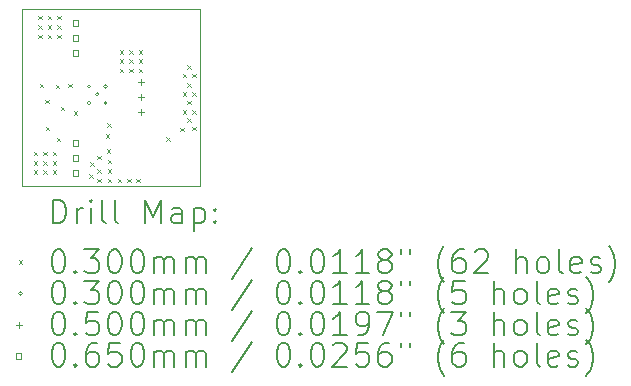
<source format=gbr>
%TF.GenerationSoftware,KiCad,Pcbnew,8.0.7-8.0.7-0~ubuntu24.04.1*%
%TF.CreationDate,2024-12-30T22:58:19-07:00*%
%TF.ProjectId,DRV8311 Motor Driver,44525638-3331-4312-904d-6f746f722044,V1*%
%TF.SameCoordinates,Original*%
%TF.FileFunction,Drillmap*%
%TF.FilePolarity,Positive*%
%FSLAX45Y45*%
G04 Gerber Fmt 4.5, Leading zero omitted, Abs format (unit mm)*
G04 Created by KiCad (PCBNEW 8.0.7-8.0.7-0~ubuntu24.04.1) date 2024-12-30 22:58:19*
%MOMM*%
%LPD*%
G01*
G04 APERTURE LIST*
%ADD10C,0.050000*%
%ADD11C,0.200000*%
%ADD12C,0.100000*%
G04 APERTURE END LIST*
D10*
X16380000Y-9420000D02*
X17880000Y-9420000D01*
X17880000Y-10920000D01*
X16380000Y-10920000D01*
X16380000Y-9420000D01*
D11*
D12*
X16475000Y-10625000D02*
X16505000Y-10655000D01*
X16505000Y-10625000D02*
X16475000Y-10655000D01*
X16475000Y-10705000D02*
X16505000Y-10735000D01*
X16505000Y-10705000D02*
X16475000Y-10735000D01*
X16475000Y-10785000D02*
X16505000Y-10815000D01*
X16505000Y-10785000D02*
X16475000Y-10815000D01*
X16515000Y-9475000D02*
X16545000Y-9505000D01*
X16545000Y-9475000D02*
X16515000Y-9505000D01*
X16515000Y-9555000D02*
X16545000Y-9585000D01*
X16545000Y-9555000D02*
X16515000Y-9585000D01*
X16515000Y-9635000D02*
X16545000Y-9665000D01*
X16545000Y-9635000D02*
X16515000Y-9665000D01*
X16525000Y-10050000D02*
X16555000Y-10080000D01*
X16555000Y-10050000D02*
X16525000Y-10080000D01*
X16555000Y-10625000D02*
X16585000Y-10655000D01*
X16585000Y-10625000D02*
X16555000Y-10655000D01*
X16555000Y-10705000D02*
X16585000Y-10735000D01*
X16585000Y-10705000D02*
X16555000Y-10735000D01*
X16555000Y-10785000D02*
X16585000Y-10815000D01*
X16585000Y-10785000D02*
X16555000Y-10815000D01*
X16572500Y-10185000D02*
X16602500Y-10215000D01*
X16602500Y-10185000D02*
X16572500Y-10215000D01*
X16575000Y-10415000D02*
X16605000Y-10445000D01*
X16605000Y-10415000D02*
X16575000Y-10445000D01*
X16595000Y-9475000D02*
X16625000Y-9505000D01*
X16625000Y-9475000D02*
X16595000Y-9505000D01*
X16595000Y-9555000D02*
X16625000Y-9585000D01*
X16625000Y-9555000D02*
X16595000Y-9585000D01*
X16595000Y-9635000D02*
X16625000Y-9665000D01*
X16625000Y-9635000D02*
X16595000Y-9665000D01*
X16635000Y-10625000D02*
X16665000Y-10655000D01*
X16665000Y-10625000D02*
X16635000Y-10655000D01*
X16635000Y-10705000D02*
X16665000Y-10735000D01*
X16665000Y-10705000D02*
X16635000Y-10735000D01*
X16635000Y-10785000D02*
X16665000Y-10815000D01*
X16665000Y-10785000D02*
X16635000Y-10815000D01*
X16663000Y-10060000D02*
X16693000Y-10090000D01*
X16693000Y-10060000D02*
X16663000Y-10090000D01*
X16670000Y-10510000D02*
X16700000Y-10540000D01*
X16700000Y-10510000D02*
X16670000Y-10540000D01*
X16675000Y-9475000D02*
X16705000Y-9505000D01*
X16705000Y-9475000D02*
X16675000Y-9505000D01*
X16675000Y-9555000D02*
X16705000Y-9585000D01*
X16705000Y-9555000D02*
X16675000Y-9585000D01*
X16675000Y-9635000D02*
X16705000Y-9665000D01*
X16705000Y-9635000D02*
X16675000Y-9665000D01*
X16705000Y-10245000D02*
X16735000Y-10275000D01*
X16735000Y-10245000D02*
X16705000Y-10275000D01*
X16767574Y-10052426D02*
X16797574Y-10082426D01*
X16797574Y-10052426D02*
X16767574Y-10082426D01*
X16815000Y-10285000D02*
X16845000Y-10315000D01*
X16845000Y-10285000D02*
X16815000Y-10315000D01*
X16945000Y-10815000D02*
X16975000Y-10845000D01*
X16975000Y-10815000D02*
X16945000Y-10845000D01*
X16955000Y-10715000D02*
X16985000Y-10745000D01*
X16985000Y-10715000D02*
X16955000Y-10745000D01*
X17015000Y-10660000D02*
X17045000Y-10690000D01*
X17045000Y-10660000D02*
X17015000Y-10690000D01*
X17015000Y-10775000D02*
X17045000Y-10805000D01*
X17045000Y-10775000D02*
X17015000Y-10805000D01*
X17015000Y-10855000D02*
X17045000Y-10885000D01*
X17045000Y-10855000D02*
X17015000Y-10885000D01*
X17085000Y-10480000D02*
X17115000Y-10510000D01*
X17115000Y-10480000D02*
X17085000Y-10510000D01*
X17095000Y-10605000D02*
X17125000Y-10635000D01*
X17125000Y-10605000D02*
X17095000Y-10635000D01*
X17098280Y-10386859D02*
X17128280Y-10416859D01*
X17128280Y-10386859D02*
X17098280Y-10416859D01*
X17100000Y-10695000D02*
X17130000Y-10725000D01*
X17130000Y-10695000D02*
X17100000Y-10725000D01*
X17100000Y-10775000D02*
X17130000Y-10805000D01*
X17130000Y-10775000D02*
X17100000Y-10805000D01*
X17100000Y-10855000D02*
X17130000Y-10885000D01*
X17130000Y-10855000D02*
X17100000Y-10885000D01*
X17185000Y-10855000D02*
X17215000Y-10885000D01*
X17215000Y-10855000D02*
X17185000Y-10885000D01*
X17205000Y-9765000D02*
X17235000Y-9795000D01*
X17235000Y-9765000D02*
X17205000Y-9795000D01*
X17205000Y-9845000D02*
X17235000Y-9875000D01*
X17235000Y-9845000D02*
X17205000Y-9875000D01*
X17205000Y-9925000D02*
X17235000Y-9955000D01*
X17235000Y-9925000D02*
X17205000Y-9955000D01*
X17265000Y-10855000D02*
X17295000Y-10885000D01*
X17295000Y-10855000D02*
X17265000Y-10885000D01*
X17285000Y-9765000D02*
X17315000Y-9795000D01*
X17315000Y-9765000D02*
X17285000Y-9795000D01*
X17285000Y-9845000D02*
X17315000Y-9875000D01*
X17315000Y-9845000D02*
X17285000Y-9875000D01*
X17285000Y-9925000D02*
X17315000Y-9955000D01*
X17315000Y-9925000D02*
X17285000Y-9955000D01*
X17345000Y-10855000D02*
X17375000Y-10885000D01*
X17375000Y-10855000D02*
X17345000Y-10885000D01*
X17365000Y-9765000D02*
X17395000Y-9795000D01*
X17395000Y-9765000D02*
X17365000Y-9795000D01*
X17365000Y-9845000D02*
X17395000Y-9875000D01*
X17395000Y-9845000D02*
X17365000Y-9875000D01*
X17365000Y-9925000D02*
X17395000Y-9955000D01*
X17395000Y-9925000D02*
X17365000Y-9955000D01*
X17597500Y-10505000D02*
X17627500Y-10535000D01*
X17627500Y-10505000D02*
X17597500Y-10535000D01*
X17715000Y-10425000D02*
X17745000Y-10455000D01*
X17745000Y-10425000D02*
X17715000Y-10455000D01*
X17735000Y-9965000D02*
X17765000Y-9995000D01*
X17765000Y-9965000D02*
X17735000Y-9995000D01*
X17735000Y-10125000D02*
X17765000Y-10155000D01*
X17765000Y-10125000D02*
X17735000Y-10155000D01*
X17735000Y-10275000D02*
X17765000Y-10305000D01*
X17765000Y-10275000D02*
X17735000Y-10305000D01*
X17775000Y-9895000D02*
X17805000Y-9925000D01*
X17805000Y-9895000D02*
X17775000Y-9925000D01*
X17775000Y-10045000D02*
X17805000Y-10075000D01*
X17805000Y-10045000D02*
X17775000Y-10075000D01*
X17775000Y-10195000D02*
X17805000Y-10225000D01*
X17805000Y-10195000D02*
X17775000Y-10225000D01*
X17775000Y-10345000D02*
X17805000Y-10375000D01*
X17805000Y-10345000D02*
X17775000Y-10375000D01*
X17815000Y-9965000D02*
X17845000Y-9995000D01*
X17845000Y-9965000D02*
X17815000Y-9995000D01*
X17815000Y-10125000D02*
X17845000Y-10155000D01*
X17845000Y-10125000D02*
X17815000Y-10155000D01*
X17815000Y-10275000D02*
X17845000Y-10305000D01*
X17845000Y-10275000D02*
X17815000Y-10305000D01*
X17815000Y-10415000D02*
X17845000Y-10445000D01*
X17845000Y-10415000D02*
X17815000Y-10445000D01*
X16958500Y-10073000D02*
G75*
G02*
X16928500Y-10073000I-15000J0D01*
G01*
X16928500Y-10073000D02*
G75*
G02*
X16958500Y-10073000I15000J0D01*
G01*
X16958500Y-10213000D02*
G75*
G02*
X16928500Y-10213000I-15000J0D01*
G01*
X16928500Y-10213000D02*
G75*
G02*
X16958500Y-10213000I15000J0D01*
G01*
X17028500Y-10140460D02*
G75*
G02*
X16998500Y-10140460I-15000J0D01*
G01*
X16998500Y-10140460D02*
G75*
G02*
X17028500Y-10140460I15000J0D01*
G01*
X17098500Y-10073000D02*
G75*
G02*
X17068500Y-10073000I-15000J0D01*
G01*
X17068500Y-10073000D02*
G75*
G02*
X17098500Y-10073000I15000J0D01*
G01*
X17098500Y-10213000D02*
G75*
G02*
X17068500Y-10213000I-15000J0D01*
G01*
X17068500Y-10213000D02*
G75*
G02*
X17098500Y-10213000I15000J0D01*
G01*
X17380000Y-10015000D02*
X17380000Y-10065000D01*
X17355000Y-10040000D02*
X17405000Y-10040000D01*
X17380000Y-10140000D02*
X17380000Y-10190000D01*
X17355000Y-10165000D02*
X17405000Y-10165000D01*
X17380000Y-10265000D02*
X17380000Y-10315000D01*
X17355000Y-10290000D02*
X17405000Y-10290000D01*
X16852981Y-9558981D02*
X16852981Y-9513019D01*
X16807019Y-9513019D01*
X16807019Y-9558981D01*
X16852981Y-9558981D01*
X16852981Y-9685981D02*
X16852981Y-9640019D01*
X16807019Y-9640019D01*
X16807019Y-9685981D01*
X16852981Y-9685981D01*
X16852981Y-9812981D02*
X16852981Y-9767019D01*
X16807019Y-9767019D01*
X16807019Y-9812981D01*
X16852981Y-9812981D01*
X16852981Y-10573981D02*
X16852981Y-10528019D01*
X16807019Y-10528019D01*
X16807019Y-10573981D01*
X16852981Y-10573981D01*
X16852981Y-10700981D02*
X16852981Y-10655019D01*
X16807019Y-10655019D01*
X16807019Y-10700981D01*
X16852981Y-10700981D01*
X16852981Y-10827981D02*
X16852981Y-10782019D01*
X16807019Y-10782019D01*
X16807019Y-10827981D01*
X16852981Y-10827981D01*
D11*
X16638277Y-11233984D02*
X16638277Y-11033984D01*
X16638277Y-11033984D02*
X16685896Y-11033984D01*
X16685896Y-11033984D02*
X16714467Y-11043508D01*
X16714467Y-11043508D02*
X16733515Y-11062555D01*
X16733515Y-11062555D02*
X16743039Y-11081603D01*
X16743039Y-11081603D02*
X16752562Y-11119698D01*
X16752562Y-11119698D02*
X16752562Y-11148270D01*
X16752562Y-11148270D02*
X16743039Y-11186365D01*
X16743039Y-11186365D02*
X16733515Y-11205412D01*
X16733515Y-11205412D02*
X16714467Y-11224460D01*
X16714467Y-11224460D02*
X16685896Y-11233984D01*
X16685896Y-11233984D02*
X16638277Y-11233984D01*
X16838277Y-11233984D02*
X16838277Y-11100650D01*
X16838277Y-11138746D02*
X16847801Y-11119698D01*
X16847801Y-11119698D02*
X16857324Y-11110174D01*
X16857324Y-11110174D02*
X16876372Y-11100650D01*
X16876372Y-11100650D02*
X16895420Y-11100650D01*
X16962086Y-11233984D02*
X16962086Y-11100650D01*
X16962086Y-11033984D02*
X16952563Y-11043508D01*
X16952563Y-11043508D02*
X16962086Y-11053031D01*
X16962086Y-11053031D02*
X16971610Y-11043508D01*
X16971610Y-11043508D02*
X16962086Y-11033984D01*
X16962086Y-11033984D02*
X16962086Y-11053031D01*
X17085896Y-11233984D02*
X17066848Y-11224460D01*
X17066848Y-11224460D02*
X17057324Y-11205412D01*
X17057324Y-11205412D02*
X17057324Y-11033984D01*
X17190658Y-11233984D02*
X17171610Y-11224460D01*
X17171610Y-11224460D02*
X17162086Y-11205412D01*
X17162086Y-11205412D02*
X17162086Y-11033984D01*
X17419229Y-11233984D02*
X17419229Y-11033984D01*
X17419229Y-11033984D02*
X17485896Y-11176841D01*
X17485896Y-11176841D02*
X17552563Y-11033984D01*
X17552563Y-11033984D02*
X17552563Y-11233984D01*
X17733515Y-11233984D02*
X17733515Y-11129222D01*
X17733515Y-11129222D02*
X17723991Y-11110174D01*
X17723991Y-11110174D02*
X17704944Y-11100650D01*
X17704944Y-11100650D02*
X17666848Y-11100650D01*
X17666848Y-11100650D02*
X17647801Y-11110174D01*
X17733515Y-11224460D02*
X17714467Y-11233984D01*
X17714467Y-11233984D02*
X17666848Y-11233984D01*
X17666848Y-11233984D02*
X17647801Y-11224460D01*
X17647801Y-11224460D02*
X17638277Y-11205412D01*
X17638277Y-11205412D02*
X17638277Y-11186365D01*
X17638277Y-11186365D02*
X17647801Y-11167317D01*
X17647801Y-11167317D02*
X17666848Y-11157793D01*
X17666848Y-11157793D02*
X17714467Y-11157793D01*
X17714467Y-11157793D02*
X17733515Y-11148270D01*
X17828753Y-11100650D02*
X17828753Y-11300650D01*
X17828753Y-11110174D02*
X17847801Y-11100650D01*
X17847801Y-11100650D02*
X17885896Y-11100650D01*
X17885896Y-11100650D02*
X17904944Y-11110174D01*
X17904944Y-11110174D02*
X17914467Y-11119698D01*
X17914467Y-11119698D02*
X17923991Y-11138746D01*
X17923991Y-11138746D02*
X17923991Y-11195888D01*
X17923991Y-11195888D02*
X17914467Y-11214936D01*
X17914467Y-11214936D02*
X17904944Y-11224460D01*
X17904944Y-11224460D02*
X17885896Y-11233984D01*
X17885896Y-11233984D02*
X17847801Y-11233984D01*
X17847801Y-11233984D02*
X17828753Y-11224460D01*
X18009705Y-11214936D02*
X18019229Y-11224460D01*
X18019229Y-11224460D02*
X18009705Y-11233984D01*
X18009705Y-11233984D02*
X18000182Y-11224460D01*
X18000182Y-11224460D02*
X18009705Y-11214936D01*
X18009705Y-11214936D02*
X18009705Y-11233984D01*
X18009705Y-11110174D02*
X18019229Y-11119698D01*
X18019229Y-11119698D02*
X18009705Y-11129222D01*
X18009705Y-11129222D02*
X18000182Y-11119698D01*
X18000182Y-11119698D02*
X18009705Y-11110174D01*
X18009705Y-11110174D02*
X18009705Y-11129222D01*
D12*
X16347500Y-11547500D02*
X16377500Y-11577500D01*
X16377500Y-11547500D02*
X16347500Y-11577500D01*
D11*
X16676372Y-11453984D02*
X16695420Y-11453984D01*
X16695420Y-11453984D02*
X16714467Y-11463508D01*
X16714467Y-11463508D02*
X16723991Y-11473031D01*
X16723991Y-11473031D02*
X16733515Y-11492079D01*
X16733515Y-11492079D02*
X16743039Y-11530174D01*
X16743039Y-11530174D02*
X16743039Y-11577793D01*
X16743039Y-11577793D02*
X16733515Y-11615888D01*
X16733515Y-11615888D02*
X16723991Y-11634936D01*
X16723991Y-11634936D02*
X16714467Y-11644460D01*
X16714467Y-11644460D02*
X16695420Y-11653984D01*
X16695420Y-11653984D02*
X16676372Y-11653984D01*
X16676372Y-11653984D02*
X16657324Y-11644460D01*
X16657324Y-11644460D02*
X16647801Y-11634936D01*
X16647801Y-11634936D02*
X16638277Y-11615888D01*
X16638277Y-11615888D02*
X16628753Y-11577793D01*
X16628753Y-11577793D02*
X16628753Y-11530174D01*
X16628753Y-11530174D02*
X16638277Y-11492079D01*
X16638277Y-11492079D02*
X16647801Y-11473031D01*
X16647801Y-11473031D02*
X16657324Y-11463508D01*
X16657324Y-11463508D02*
X16676372Y-11453984D01*
X16828753Y-11634936D02*
X16838277Y-11644460D01*
X16838277Y-11644460D02*
X16828753Y-11653984D01*
X16828753Y-11653984D02*
X16819229Y-11644460D01*
X16819229Y-11644460D02*
X16828753Y-11634936D01*
X16828753Y-11634936D02*
X16828753Y-11653984D01*
X16904944Y-11453984D02*
X17028753Y-11453984D01*
X17028753Y-11453984D02*
X16962086Y-11530174D01*
X16962086Y-11530174D02*
X16990658Y-11530174D01*
X16990658Y-11530174D02*
X17009705Y-11539698D01*
X17009705Y-11539698D02*
X17019229Y-11549222D01*
X17019229Y-11549222D02*
X17028753Y-11568269D01*
X17028753Y-11568269D02*
X17028753Y-11615888D01*
X17028753Y-11615888D02*
X17019229Y-11634936D01*
X17019229Y-11634936D02*
X17009705Y-11644460D01*
X17009705Y-11644460D02*
X16990658Y-11653984D01*
X16990658Y-11653984D02*
X16933515Y-11653984D01*
X16933515Y-11653984D02*
X16914467Y-11644460D01*
X16914467Y-11644460D02*
X16904944Y-11634936D01*
X17152563Y-11453984D02*
X17171610Y-11453984D01*
X17171610Y-11453984D02*
X17190658Y-11463508D01*
X17190658Y-11463508D02*
X17200182Y-11473031D01*
X17200182Y-11473031D02*
X17209705Y-11492079D01*
X17209705Y-11492079D02*
X17219229Y-11530174D01*
X17219229Y-11530174D02*
X17219229Y-11577793D01*
X17219229Y-11577793D02*
X17209705Y-11615888D01*
X17209705Y-11615888D02*
X17200182Y-11634936D01*
X17200182Y-11634936D02*
X17190658Y-11644460D01*
X17190658Y-11644460D02*
X17171610Y-11653984D01*
X17171610Y-11653984D02*
X17152563Y-11653984D01*
X17152563Y-11653984D02*
X17133515Y-11644460D01*
X17133515Y-11644460D02*
X17123991Y-11634936D01*
X17123991Y-11634936D02*
X17114467Y-11615888D01*
X17114467Y-11615888D02*
X17104944Y-11577793D01*
X17104944Y-11577793D02*
X17104944Y-11530174D01*
X17104944Y-11530174D02*
X17114467Y-11492079D01*
X17114467Y-11492079D02*
X17123991Y-11473031D01*
X17123991Y-11473031D02*
X17133515Y-11463508D01*
X17133515Y-11463508D02*
X17152563Y-11453984D01*
X17343039Y-11453984D02*
X17362086Y-11453984D01*
X17362086Y-11453984D02*
X17381134Y-11463508D01*
X17381134Y-11463508D02*
X17390658Y-11473031D01*
X17390658Y-11473031D02*
X17400182Y-11492079D01*
X17400182Y-11492079D02*
X17409705Y-11530174D01*
X17409705Y-11530174D02*
X17409705Y-11577793D01*
X17409705Y-11577793D02*
X17400182Y-11615888D01*
X17400182Y-11615888D02*
X17390658Y-11634936D01*
X17390658Y-11634936D02*
X17381134Y-11644460D01*
X17381134Y-11644460D02*
X17362086Y-11653984D01*
X17362086Y-11653984D02*
X17343039Y-11653984D01*
X17343039Y-11653984D02*
X17323991Y-11644460D01*
X17323991Y-11644460D02*
X17314467Y-11634936D01*
X17314467Y-11634936D02*
X17304944Y-11615888D01*
X17304944Y-11615888D02*
X17295420Y-11577793D01*
X17295420Y-11577793D02*
X17295420Y-11530174D01*
X17295420Y-11530174D02*
X17304944Y-11492079D01*
X17304944Y-11492079D02*
X17314467Y-11473031D01*
X17314467Y-11473031D02*
X17323991Y-11463508D01*
X17323991Y-11463508D02*
X17343039Y-11453984D01*
X17495420Y-11653984D02*
X17495420Y-11520650D01*
X17495420Y-11539698D02*
X17504944Y-11530174D01*
X17504944Y-11530174D02*
X17523991Y-11520650D01*
X17523991Y-11520650D02*
X17552563Y-11520650D01*
X17552563Y-11520650D02*
X17571610Y-11530174D01*
X17571610Y-11530174D02*
X17581134Y-11549222D01*
X17581134Y-11549222D02*
X17581134Y-11653984D01*
X17581134Y-11549222D02*
X17590658Y-11530174D01*
X17590658Y-11530174D02*
X17609705Y-11520650D01*
X17609705Y-11520650D02*
X17638277Y-11520650D01*
X17638277Y-11520650D02*
X17657325Y-11530174D01*
X17657325Y-11530174D02*
X17666848Y-11549222D01*
X17666848Y-11549222D02*
X17666848Y-11653984D01*
X17762086Y-11653984D02*
X17762086Y-11520650D01*
X17762086Y-11539698D02*
X17771610Y-11530174D01*
X17771610Y-11530174D02*
X17790658Y-11520650D01*
X17790658Y-11520650D02*
X17819229Y-11520650D01*
X17819229Y-11520650D02*
X17838277Y-11530174D01*
X17838277Y-11530174D02*
X17847801Y-11549222D01*
X17847801Y-11549222D02*
X17847801Y-11653984D01*
X17847801Y-11549222D02*
X17857325Y-11530174D01*
X17857325Y-11530174D02*
X17876372Y-11520650D01*
X17876372Y-11520650D02*
X17904944Y-11520650D01*
X17904944Y-11520650D02*
X17923991Y-11530174D01*
X17923991Y-11530174D02*
X17933515Y-11549222D01*
X17933515Y-11549222D02*
X17933515Y-11653984D01*
X18323991Y-11444460D02*
X18152563Y-11701603D01*
X18581134Y-11453984D02*
X18600182Y-11453984D01*
X18600182Y-11453984D02*
X18619229Y-11463508D01*
X18619229Y-11463508D02*
X18628753Y-11473031D01*
X18628753Y-11473031D02*
X18638277Y-11492079D01*
X18638277Y-11492079D02*
X18647801Y-11530174D01*
X18647801Y-11530174D02*
X18647801Y-11577793D01*
X18647801Y-11577793D02*
X18638277Y-11615888D01*
X18638277Y-11615888D02*
X18628753Y-11634936D01*
X18628753Y-11634936D02*
X18619229Y-11644460D01*
X18619229Y-11644460D02*
X18600182Y-11653984D01*
X18600182Y-11653984D02*
X18581134Y-11653984D01*
X18581134Y-11653984D02*
X18562087Y-11644460D01*
X18562087Y-11644460D02*
X18552563Y-11634936D01*
X18552563Y-11634936D02*
X18543039Y-11615888D01*
X18543039Y-11615888D02*
X18533515Y-11577793D01*
X18533515Y-11577793D02*
X18533515Y-11530174D01*
X18533515Y-11530174D02*
X18543039Y-11492079D01*
X18543039Y-11492079D02*
X18552563Y-11473031D01*
X18552563Y-11473031D02*
X18562087Y-11463508D01*
X18562087Y-11463508D02*
X18581134Y-11453984D01*
X18733515Y-11634936D02*
X18743039Y-11644460D01*
X18743039Y-11644460D02*
X18733515Y-11653984D01*
X18733515Y-11653984D02*
X18723991Y-11644460D01*
X18723991Y-11644460D02*
X18733515Y-11634936D01*
X18733515Y-11634936D02*
X18733515Y-11653984D01*
X18866848Y-11453984D02*
X18885896Y-11453984D01*
X18885896Y-11453984D02*
X18904944Y-11463508D01*
X18904944Y-11463508D02*
X18914468Y-11473031D01*
X18914468Y-11473031D02*
X18923991Y-11492079D01*
X18923991Y-11492079D02*
X18933515Y-11530174D01*
X18933515Y-11530174D02*
X18933515Y-11577793D01*
X18933515Y-11577793D02*
X18923991Y-11615888D01*
X18923991Y-11615888D02*
X18914468Y-11634936D01*
X18914468Y-11634936D02*
X18904944Y-11644460D01*
X18904944Y-11644460D02*
X18885896Y-11653984D01*
X18885896Y-11653984D02*
X18866848Y-11653984D01*
X18866848Y-11653984D02*
X18847801Y-11644460D01*
X18847801Y-11644460D02*
X18838277Y-11634936D01*
X18838277Y-11634936D02*
X18828753Y-11615888D01*
X18828753Y-11615888D02*
X18819229Y-11577793D01*
X18819229Y-11577793D02*
X18819229Y-11530174D01*
X18819229Y-11530174D02*
X18828753Y-11492079D01*
X18828753Y-11492079D02*
X18838277Y-11473031D01*
X18838277Y-11473031D02*
X18847801Y-11463508D01*
X18847801Y-11463508D02*
X18866848Y-11453984D01*
X19123991Y-11653984D02*
X19009706Y-11653984D01*
X19066848Y-11653984D02*
X19066848Y-11453984D01*
X19066848Y-11453984D02*
X19047801Y-11482555D01*
X19047801Y-11482555D02*
X19028753Y-11501603D01*
X19028753Y-11501603D02*
X19009706Y-11511127D01*
X19314468Y-11653984D02*
X19200182Y-11653984D01*
X19257325Y-11653984D02*
X19257325Y-11453984D01*
X19257325Y-11453984D02*
X19238277Y-11482555D01*
X19238277Y-11482555D02*
X19219229Y-11501603D01*
X19219229Y-11501603D02*
X19200182Y-11511127D01*
X19428753Y-11539698D02*
X19409706Y-11530174D01*
X19409706Y-11530174D02*
X19400182Y-11520650D01*
X19400182Y-11520650D02*
X19390658Y-11501603D01*
X19390658Y-11501603D02*
X19390658Y-11492079D01*
X19390658Y-11492079D02*
X19400182Y-11473031D01*
X19400182Y-11473031D02*
X19409706Y-11463508D01*
X19409706Y-11463508D02*
X19428753Y-11453984D01*
X19428753Y-11453984D02*
X19466849Y-11453984D01*
X19466849Y-11453984D02*
X19485896Y-11463508D01*
X19485896Y-11463508D02*
X19495420Y-11473031D01*
X19495420Y-11473031D02*
X19504944Y-11492079D01*
X19504944Y-11492079D02*
X19504944Y-11501603D01*
X19504944Y-11501603D02*
X19495420Y-11520650D01*
X19495420Y-11520650D02*
X19485896Y-11530174D01*
X19485896Y-11530174D02*
X19466849Y-11539698D01*
X19466849Y-11539698D02*
X19428753Y-11539698D01*
X19428753Y-11539698D02*
X19409706Y-11549222D01*
X19409706Y-11549222D02*
X19400182Y-11558746D01*
X19400182Y-11558746D02*
X19390658Y-11577793D01*
X19390658Y-11577793D02*
X19390658Y-11615888D01*
X19390658Y-11615888D02*
X19400182Y-11634936D01*
X19400182Y-11634936D02*
X19409706Y-11644460D01*
X19409706Y-11644460D02*
X19428753Y-11653984D01*
X19428753Y-11653984D02*
X19466849Y-11653984D01*
X19466849Y-11653984D02*
X19485896Y-11644460D01*
X19485896Y-11644460D02*
X19495420Y-11634936D01*
X19495420Y-11634936D02*
X19504944Y-11615888D01*
X19504944Y-11615888D02*
X19504944Y-11577793D01*
X19504944Y-11577793D02*
X19495420Y-11558746D01*
X19495420Y-11558746D02*
X19485896Y-11549222D01*
X19485896Y-11549222D02*
X19466849Y-11539698D01*
X19581134Y-11453984D02*
X19581134Y-11492079D01*
X19657325Y-11453984D02*
X19657325Y-11492079D01*
X19952563Y-11730174D02*
X19943039Y-11720650D01*
X19943039Y-11720650D02*
X19923991Y-11692079D01*
X19923991Y-11692079D02*
X19914468Y-11673031D01*
X19914468Y-11673031D02*
X19904944Y-11644460D01*
X19904944Y-11644460D02*
X19895420Y-11596841D01*
X19895420Y-11596841D02*
X19895420Y-11558746D01*
X19895420Y-11558746D02*
X19904944Y-11511127D01*
X19904944Y-11511127D02*
X19914468Y-11482555D01*
X19914468Y-11482555D02*
X19923991Y-11463508D01*
X19923991Y-11463508D02*
X19943039Y-11434936D01*
X19943039Y-11434936D02*
X19952563Y-11425412D01*
X20114468Y-11453984D02*
X20076372Y-11453984D01*
X20076372Y-11453984D02*
X20057325Y-11463508D01*
X20057325Y-11463508D02*
X20047801Y-11473031D01*
X20047801Y-11473031D02*
X20028753Y-11501603D01*
X20028753Y-11501603D02*
X20019230Y-11539698D01*
X20019230Y-11539698D02*
X20019230Y-11615888D01*
X20019230Y-11615888D02*
X20028753Y-11634936D01*
X20028753Y-11634936D02*
X20038277Y-11644460D01*
X20038277Y-11644460D02*
X20057325Y-11653984D01*
X20057325Y-11653984D02*
X20095420Y-11653984D01*
X20095420Y-11653984D02*
X20114468Y-11644460D01*
X20114468Y-11644460D02*
X20123991Y-11634936D01*
X20123991Y-11634936D02*
X20133515Y-11615888D01*
X20133515Y-11615888D02*
X20133515Y-11568269D01*
X20133515Y-11568269D02*
X20123991Y-11549222D01*
X20123991Y-11549222D02*
X20114468Y-11539698D01*
X20114468Y-11539698D02*
X20095420Y-11530174D01*
X20095420Y-11530174D02*
X20057325Y-11530174D01*
X20057325Y-11530174D02*
X20038277Y-11539698D01*
X20038277Y-11539698D02*
X20028753Y-11549222D01*
X20028753Y-11549222D02*
X20019230Y-11568269D01*
X20209706Y-11473031D02*
X20219230Y-11463508D01*
X20219230Y-11463508D02*
X20238277Y-11453984D01*
X20238277Y-11453984D02*
X20285896Y-11453984D01*
X20285896Y-11453984D02*
X20304944Y-11463508D01*
X20304944Y-11463508D02*
X20314468Y-11473031D01*
X20314468Y-11473031D02*
X20323991Y-11492079D01*
X20323991Y-11492079D02*
X20323991Y-11511127D01*
X20323991Y-11511127D02*
X20314468Y-11539698D01*
X20314468Y-11539698D02*
X20200182Y-11653984D01*
X20200182Y-11653984D02*
X20323991Y-11653984D01*
X20562087Y-11653984D02*
X20562087Y-11453984D01*
X20647801Y-11653984D02*
X20647801Y-11549222D01*
X20647801Y-11549222D02*
X20638277Y-11530174D01*
X20638277Y-11530174D02*
X20619230Y-11520650D01*
X20619230Y-11520650D02*
X20590658Y-11520650D01*
X20590658Y-11520650D02*
X20571611Y-11530174D01*
X20571611Y-11530174D02*
X20562087Y-11539698D01*
X20771611Y-11653984D02*
X20752563Y-11644460D01*
X20752563Y-11644460D02*
X20743039Y-11634936D01*
X20743039Y-11634936D02*
X20733515Y-11615888D01*
X20733515Y-11615888D02*
X20733515Y-11558746D01*
X20733515Y-11558746D02*
X20743039Y-11539698D01*
X20743039Y-11539698D02*
X20752563Y-11530174D01*
X20752563Y-11530174D02*
X20771611Y-11520650D01*
X20771611Y-11520650D02*
X20800182Y-11520650D01*
X20800182Y-11520650D02*
X20819230Y-11530174D01*
X20819230Y-11530174D02*
X20828753Y-11539698D01*
X20828753Y-11539698D02*
X20838277Y-11558746D01*
X20838277Y-11558746D02*
X20838277Y-11615888D01*
X20838277Y-11615888D02*
X20828753Y-11634936D01*
X20828753Y-11634936D02*
X20819230Y-11644460D01*
X20819230Y-11644460D02*
X20800182Y-11653984D01*
X20800182Y-11653984D02*
X20771611Y-11653984D01*
X20952563Y-11653984D02*
X20933515Y-11644460D01*
X20933515Y-11644460D02*
X20923992Y-11625412D01*
X20923992Y-11625412D02*
X20923992Y-11453984D01*
X21104944Y-11644460D02*
X21085896Y-11653984D01*
X21085896Y-11653984D02*
X21047801Y-11653984D01*
X21047801Y-11653984D02*
X21028753Y-11644460D01*
X21028753Y-11644460D02*
X21019230Y-11625412D01*
X21019230Y-11625412D02*
X21019230Y-11549222D01*
X21019230Y-11549222D02*
X21028753Y-11530174D01*
X21028753Y-11530174D02*
X21047801Y-11520650D01*
X21047801Y-11520650D02*
X21085896Y-11520650D01*
X21085896Y-11520650D02*
X21104944Y-11530174D01*
X21104944Y-11530174D02*
X21114468Y-11549222D01*
X21114468Y-11549222D02*
X21114468Y-11568269D01*
X21114468Y-11568269D02*
X21019230Y-11587317D01*
X21190658Y-11644460D02*
X21209706Y-11653984D01*
X21209706Y-11653984D02*
X21247801Y-11653984D01*
X21247801Y-11653984D02*
X21266849Y-11644460D01*
X21266849Y-11644460D02*
X21276373Y-11625412D01*
X21276373Y-11625412D02*
X21276373Y-11615888D01*
X21276373Y-11615888D02*
X21266849Y-11596841D01*
X21266849Y-11596841D02*
X21247801Y-11587317D01*
X21247801Y-11587317D02*
X21219230Y-11587317D01*
X21219230Y-11587317D02*
X21200182Y-11577793D01*
X21200182Y-11577793D02*
X21190658Y-11558746D01*
X21190658Y-11558746D02*
X21190658Y-11549222D01*
X21190658Y-11549222D02*
X21200182Y-11530174D01*
X21200182Y-11530174D02*
X21219230Y-11520650D01*
X21219230Y-11520650D02*
X21247801Y-11520650D01*
X21247801Y-11520650D02*
X21266849Y-11530174D01*
X21343039Y-11730174D02*
X21352563Y-11720650D01*
X21352563Y-11720650D02*
X21371611Y-11692079D01*
X21371611Y-11692079D02*
X21381134Y-11673031D01*
X21381134Y-11673031D02*
X21390658Y-11644460D01*
X21390658Y-11644460D02*
X21400182Y-11596841D01*
X21400182Y-11596841D02*
X21400182Y-11558746D01*
X21400182Y-11558746D02*
X21390658Y-11511127D01*
X21390658Y-11511127D02*
X21381134Y-11482555D01*
X21381134Y-11482555D02*
X21371611Y-11463508D01*
X21371611Y-11463508D02*
X21352563Y-11434936D01*
X21352563Y-11434936D02*
X21343039Y-11425412D01*
D12*
X16377500Y-11826500D02*
G75*
G02*
X16347500Y-11826500I-15000J0D01*
G01*
X16347500Y-11826500D02*
G75*
G02*
X16377500Y-11826500I15000J0D01*
G01*
D11*
X16676372Y-11717984D02*
X16695420Y-11717984D01*
X16695420Y-11717984D02*
X16714467Y-11727508D01*
X16714467Y-11727508D02*
X16723991Y-11737031D01*
X16723991Y-11737031D02*
X16733515Y-11756079D01*
X16733515Y-11756079D02*
X16743039Y-11794174D01*
X16743039Y-11794174D02*
X16743039Y-11841793D01*
X16743039Y-11841793D02*
X16733515Y-11879888D01*
X16733515Y-11879888D02*
X16723991Y-11898936D01*
X16723991Y-11898936D02*
X16714467Y-11908460D01*
X16714467Y-11908460D02*
X16695420Y-11917984D01*
X16695420Y-11917984D02*
X16676372Y-11917984D01*
X16676372Y-11917984D02*
X16657324Y-11908460D01*
X16657324Y-11908460D02*
X16647801Y-11898936D01*
X16647801Y-11898936D02*
X16638277Y-11879888D01*
X16638277Y-11879888D02*
X16628753Y-11841793D01*
X16628753Y-11841793D02*
X16628753Y-11794174D01*
X16628753Y-11794174D02*
X16638277Y-11756079D01*
X16638277Y-11756079D02*
X16647801Y-11737031D01*
X16647801Y-11737031D02*
X16657324Y-11727508D01*
X16657324Y-11727508D02*
X16676372Y-11717984D01*
X16828753Y-11898936D02*
X16838277Y-11908460D01*
X16838277Y-11908460D02*
X16828753Y-11917984D01*
X16828753Y-11917984D02*
X16819229Y-11908460D01*
X16819229Y-11908460D02*
X16828753Y-11898936D01*
X16828753Y-11898936D02*
X16828753Y-11917984D01*
X16904944Y-11717984D02*
X17028753Y-11717984D01*
X17028753Y-11717984D02*
X16962086Y-11794174D01*
X16962086Y-11794174D02*
X16990658Y-11794174D01*
X16990658Y-11794174D02*
X17009705Y-11803698D01*
X17009705Y-11803698D02*
X17019229Y-11813222D01*
X17019229Y-11813222D02*
X17028753Y-11832269D01*
X17028753Y-11832269D02*
X17028753Y-11879888D01*
X17028753Y-11879888D02*
X17019229Y-11898936D01*
X17019229Y-11898936D02*
X17009705Y-11908460D01*
X17009705Y-11908460D02*
X16990658Y-11917984D01*
X16990658Y-11917984D02*
X16933515Y-11917984D01*
X16933515Y-11917984D02*
X16914467Y-11908460D01*
X16914467Y-11908460D02*
X16904944Y-11898936D01*
X17152563Y-11717984D02*
X17171610Y-11717984D01*
X17171610Y-11717984D02*
X17190658Y-11727508D01*
X17190658Y-11727508D02*
X17200182Y-11737031D01*
X17200182Y-11737031D02*
X17209705Y-11756079D01*
X17209705Y-11756079D02*
X17219229Y-11794174D01*
X17219229Y-11794174D02*
X17219229Y-11841793D01*
X17219229Y-11841793D02*
X17209705Y-11879888D01*
X17209705Y-11879888D02*
X17200182Y-11898936D01*
X17200182Y-11898936D02*
X17190658Y-11908460D01*
X17190658Y-11908460D02*
X17171610Y-11917984D01*
X17171610Y-11917984D02*
X17152563Y-11917984D01*
X17152563Y-11917984D02*
X17133515Y-11908460D01*
X17133515Y-11908460D02*
X17123991Y-11898936D01*
X17123991Y-11898936D02*
X17114467Y-11879888D01*
X17114467Y-11879888D02*
X17104944Y-11841793D01*
X17104944Y-11841793D02*
X17104944Y-11794174D01*
X17104944Y-11794174D02*
X17114467Y-11756079D01*
X17114467Y-11756079D02*
X17123991Y-11737031D01*
X17123991Y-11737031D02*
X17133515Y-11727508D01*
X17133515Y-11727508D02*
X17152563Y-11717984D01*
X17343039Y-11717984D02*
X17362086Y-11717984D01*
X17362086Y-11717984D02*
X17381134Y-11727508D01*
X17381134Y-11727508D02*
X17390658Y-11737031D01*
X17390658Y-11737031D02*
X17400182Y-11756079D01*
X17400182Y-11756079D02*
X17409705Y-11794174D01*
X17409705Y-11794174D02*
X17409705Y-11841793D01*
X17409705Y-11841793D02*
X17400182Y-11879888D01*
X17400182Y-11879888D02*
X17390658Y-11898936D01*
X17390658Y-11898936D02*
X17381134Y-11908460D01*
X17381134Y-11908460D02*
X17362086Y-11917984D01*
X17362086Y-11917984D02*
X17343039Y-11917984D01*
X17343039Y-11917984D02*
X17323991Y-11908460D01*
X17323991Y-11908460D02*
X17314467Y-11898936D01*
X17314467Y-11898936D02*
X17304944Y-11879888D01*
X17304944Y-11879888D02*
X17295420Y-11841793D01*
X17295420Y-11841793D02*
X17295420Y-11794174D01*
X17295420Y-11794174D02*
X17304944Y-11756079D01*
X17304944Y-11756079D02*
X17314467Y-11737031D01*
X17314467Y-11737031D02*
X17323991Y-11727508D01*
X17323991Y-11727508D02*
X17343039Y-11717984D01*
X17495420Y-11917984D02*
X17495420Y-11784650D01*
X17495420Y-11803698D02*
X17504944Y-11794174D01*
X17504944Y-11794174D02*
X17523991Y-11784650D01*
X17523991Y-11784650D02*
X17552563Y-11784650D01*
X17552563Y-11784650D02*
X17571610Y-11794174D01*
X17571610Y-11794174D02*
X17581134Y-11813222D01*
X17581134Y-11813222D02*
X17581134Y-11917984D01*
X17581134Y-11813222D02*
X17590658Y-11794174D01*
X17590658Y-11794174D02*
X17609705Y-11784650D01*
X17609705Y-11784650D02*
X17638277Y-11784650D01*
X17638277Y-11784650D02*
X17657325Y-11794174D01*
X17657325Y-11794174D02*
X17666848Y-11813222D01*
X17666848Y-11813222D02*
X17666848Y-11917984D01*
X17762086Y-11917984D02*
X17762086Y-11784650D01*
X17762086Y-11803698D02*
X17771610Y-11794174D01*
X17771610Y-11794174D02*
X17790658Y-11784650D01*
X17790658Y-11784650D02*
X17819229Y-11784650D01*
X17819229Y-11784650D02*
X17838277Y-11794174D01*
X17838277Y-11794174D02*
X17847801Y-11813222D01*
X17847801Y-11813222D02*
X17847801Y-11917984D01*
X17847801Y-11813222D02*
X17857325Y-11794174D01*
X17857325Y-11794174D02*
X17876372Y-11784650D01*
X17876372Y-11784650D02*
X17904944Y-11784650D01*
X17904944Y-11784650D02*
X17923991Y-11794174D01*
X17923991Y-11794174D02*
X17933515Y-11813222D01*
X17933515Y-11813222D02*
X17933515Y-11917984D01*
X18323991Y-11708460D02*
X18152563Y-11965603D01*
X18581134Y-11717984D02*
X18600182Y-11717984D01*
X18600182Y-11717984D02*
X18619229Y-11727508D01*
X18619229Y-11727508D02*
X18628753Y-11737031D01*
X18628753Y-11737031D02*
X18638277Y-11756079D01*
X18638277Y-11756079D02*
X18647801Y-11794174D01*
X18647801Y-11794174D02*
X18647801Y-11841793D01*
X18647801Y-11841793D02*
X18638277Y-11879888D01*
X18638277Y-11879888D02*
X18628753Y-11898936D01*
X18628753Y-11898936D02*
X18619229Y-11908460D01*
X18619229Y-11908460D02*
X18600182Y-11917984D01*
X18600182Y-11917984D02*
X18581134Y-11917984D01*
X18581134Y-11917984D02*
X18562087Y-11908460D01*
X18562087Y-11908460D02*
X18552563Y-11898936D01*
X18552563Y-11898936D02*
X18543039Y-11879888D01*
X18543039Y-11879888D02*
X18533515Y-11841793D01*
X18533515Y-11841793D02*
X18533515Y-11794174D01*
X18533515Y-11794174D02*
X18543039Y-11756079D01*
X18543039Y-11756079D02*
X18552563Y-11737031D01*
X18552563Y-11737031D02*
X18562087Y-11727508D01*
X18562087Y-11727508D02*
X18581134Y-11717984D01*
X18733515Y-11898936D02*
X18743039Y-11908460D01*
X18743039Y-11908460D02*
X18733515Y-11917984D01*
X18733515Y-11917984D02*
X18723991Y-11908460D01*
X18723991Y-11908460D02*
X18733515Y-11898936D01*
X18733515Y-11898936D02*
X18733515Y-11917984D01*
X18866848Y-11717984D02*
X18885896Y-11717984D01*
X18885896Y-11717984D02*
X18904944Y-11727508D01*
X18904944Y-11727508D02*
X18914468Y-11737031D01*
X18914468Y-11737031D02*
X18923991Y-11756079D01*
X18923991Y-11756079D02*
X18933515Y-11794174D01*
X18933515Y-11794174D02*
X18933515Y-11841793D01*
X18933515Y-11841793D02*
X18923991Y-11879888D01*
X18923991Y-11879888D02*
X18914468Y-11898936D01*
X18914468Y-11898936D02*
X18904944Y-11908460D01*
X18904944Y-11908460D02*
X18885896Y-11917984D01*
X18885896Y-11917984D02*
X18866848Y-11917984D01*
X18866848Y-11917984D02*
X18847801Y-11908460D01*
X18847801Y-11908460D02*
X18838277Y-11898936D01*
X18838277Y-11898936D02*
X18828753Y-11879888D01*
X18828753Y-11879888D02*
X18819229Y-11841793D01*
X18819229Y-11841793D02*
X18819229Y-11794174D01*
X18819229Y-11794174D02*
X18828753Y-11756079D01*
X18828753Y-11756079D02*
X18838277Y-11737031D01*
X18838277Y-11737031D02*
X18847801Y-11727508D01*
X18847801Y-11727508D02*
X18866848Y-11717984D01*
X19123991Y-11917984D02*
X19009706Y-11917984D01*
X19066848Y-11917984D02*
X19066848Y-11717984D01*
X19066848Y-11717984D02*
X19047801Y-11746555D01*
X19047801Y-11746555D02*
X19028753Y-11765603D01*
X19028753Y-11765603D02*
X19009706Y-11775127D01*
X19314468Y-11917984D02*
X19200182Y-11917984D01*
X19257325Y-11917984D02*
X19257325Y-11717984D01*
X19257325Y-11717984D02*
X19238277Y-11746555D01*
X19238277Y-11746555D02*
X19219229Y-11765603D01*
X19219229Y-11765603D02*
X19200182Y-11775127D01*
X19428753Y-11803698D02*
X19409706Y-11794174D01*
X19409706Y-11794174D02*
X19400182Y-11784650D01*
X19400182Y-11784650D02*
X19390658Y-11765603D01*
X19390658Y-11765603D02*
X19390658Y-11756079D01*
X19390658Y-11756079D02*
X19400182Y-11737031D01*
X19400182Y-11737031D02*
X19409706Y-11727508D01*
X19409706Y-11727508D02*
X19428753Y-11717984D01*
X19428753Y-11717984D02*
X19466849Y-11717984D01*
X19466849Y-11717984D02*
X19485896Y-11727508D01*
X19485896Y-11727508D02*
X19495420Y-11737031D01*
X19495420Y-11737031D02*
X19504944Y-11756079D01*
X19504944Y-11756079D02*
X19504944Y-11765603D01*
X19504944Y-11765603D02*
X19495420Y-11784650D01*
X19495420Y-11784650D02*
X19485896Y-11794174D01*
X19485896Y-11794174D02*
X19466849Y-11803698D01*
X19466849Y-11803698D02*
X19428753Y-11803698D01*
X19428753Y-11803698D02*
X19409706Y-11813222D01*
X19409706Y-11813222D02*
X19400182Y-11822746D01*
X19400182Y-11822746D02*
X19390658Y-11841793D01*
X19390658Y-11841793D02*
X19390658Y-11879888D01*
X19390658Y-11879888D02*
X19400182Y-11898936D01*
X19400182Y-11898936D02*
X19409706Y-11908460D01*
X19409706Y-11908460D02*
X19428753Y-11917984D01*
X19428753Y-11917984D02*
X19466849Y-11917984D01*
X19466849Y-11917984D02*
X19485896Y-11908460D01*
X19485896Y-11908460D02*
X19495420Y-11898936D01*
X19495420Y-11898936D02*
X19504944Y-11879888D01*
X19504944Y-11879888D02*
X19504944Y-11841793D01*
X19504944Y-11841793D02*
X19495420Y-11822746D01*
X19495420Y-11822746D02*
X19485896Y-11813222D01*
X19485896Y-11813222D02*
X19466849Y-11803698D01*
X19581134Y-11717984D02*
X19581134Y-11756079D01*
X19657325Y-11717984D02*
X19657325Y-11756079D01*
X19952563Y-11994174D02*
X19943039Y-11984650D01*
X19943039Y-11984650D02*
X19923991Y-11956079D01*
X19923991Y-11956079D02*
X19914468Y-11937031D01*
X19914468Y-11937031D02*
X19904944Y-11908460D01*
X19904944Y-11908460D02*
X19895420Y-11860841D01*
X19895420Y-11860841D02*
X19895420Y-11822746D01*
X19895420Y-11822746D02*
X19904944Y-11775127D01*
X19904944Y-11775127D02*
X19914468Y-11746555D01*
X19914468Y-11746555D02*
X19923991Y-11727508D01*
X19923991Y-11727508D02*
X19943039Y-11698936D01*
X19943039Y-11698936D02*
X19952563Y-11689412D01*
X20123991Y-11717984D02*
X20028753Y-11717984D01*
X20028753Y-11717984D02*
X20019230Y-11813222D01*
X20019230Y-11813222D02*
X20028753Y-11803698D01*
X20028753Y-11803698D02*
X20047801Y-11794174D01*
X20047801Y-11794174D02*
X20095420Y-11794174D01*
X20095420Y-11794174D02*
X20114468Y-11803698D01*
X20114468Y-11803698D02*
X20123991Y-11813222D01*
X20123991Y-11813222D02*
X20133515Y-11832269D01*
X20133515Y-11832269D02*
X20133515Y-11879888D01*
X20133515Y-11879888D02*
X20123991Y-11898936D01*
X20123991Y-11898936D02*
X20114468Y-11908460D01*
X20114468Y-11908460D02*
X20095420Y-11917984D01*
X20095420Y-11917984D02*
X20047801Y-11917984D01*
X20047801Y-11917984D02*
X20028753Y-11908460D01*
X20028753Y-11908460D02*
X20019230Y-11898936D01*
X20371611Y-11917984D02*
X20371611Y-11717984D01*
X20457325Y-11917984D02*
X20457325Y-11813222D01*
X20457325Y-11813222D02*
X20447801Y-11794174D01*
X20447801Y-11794174D02*
X20428753Y-11784650D01*
X20428753Y-11784650D02*
X20400182Y-11784650D01*
X20400182Y-11784650D02*
X20381134Y-11794174D01*
X20381134Y-11794174D02*
X20371611Y-11803698D01*
X20581134Y-11917984D02*
X20562087Y-11908460D01*
X20562087Y-11908460D02*
X20552563Y-11898936D01*
X20552563Y-11898936D02*
X20543039Y-11879888D01*
X20543039Y-11879888D02*
X20543039Y-11822746D01*
X20543039Y-11822746D02*
X20552563Y-11803698D01*
X20552563Y-11803698D02*
X20562087Y-11794174D01*
X20562087Y-11794174D02*
X20581134Y-11784650D01*
X20581134Y-11784650D02*
X20609706Y-11784650D01*
X20609706Y-11784650D02*
X20628753Y-11794174D01*
X20628753Y-11794174D02*
X20638277Y-11803698D01*
X20638277Y-11803698D02*
X20647801Y-11822746D01*
X20647801Y-11822746D02*
X20647801Y-11879888D01*
X20647801Y-11879888D02*
X20638277Y-11898936D01*
X20638277Y-11898936D02*
X20628753Y-11908460D01*
X20628753Y-11908460D02*
X20609706Y-11917984D01*
X20609706Y-11917984D02*
X20581134Y-11917984D01*
X20762087Y-11917984D02*
X20743039Y-11908460D01*
X20743039Y-11908460D02*
X20733515Y-11889412D01*
X20733515Y-11889412D02*
X20733515Y-11717984D01*
X20914468Y-11908460D02*
X20895420Y-11917984D01*
X20895420Y-11917984D02*
X20857325Y-11917984D01*
X20857325Y-11917984D02*
X20838277Y-11908460D01*
X20838277Y-11908460D02*
X20828753Y-11889412D01*
X20828753Y-11889412D02*
X20828753Y-11813222D01*
X20828753Y-11813222D02*
X20838277Y-11794174D01*
X20838277Y-11794174D02*
X20857325Y-11784650D01*
X20857325Y-11784650D02*
X20895420Y-11784650D01*
X20895420Y-11784650D02*
X20914468Y-11794174D01*
X20914468Y-11794174D02*
X20923992Y-11813222D01*
X20923992Y-11813222D02*
X20923992Y-11832269D01*
X20923992Y-11832269D02*
X20828753Y-11851317D01*
X21000182Y-11908460D02*
X21019230Y-11917984D01*
X21019230Y-11917984D02*
X21057325Y-11917984D01*
X21057325Y-11917984D02*
X21076373Y-11908460D01*
X21076373Y-11908460D02*
X21085896Y-11889412D01*
X21085896Y-11889412D02*
X21085896Y-11879888D01*
X21085896Y-11879888D02*
X21076373Y-11860841D01*
X21076373Y-11860841D02*
X21057325Y-11851317D01*
X21057325Y-11851317D02*
X21028753Y-11851317D01*
X21028753Y-11851317D02*
X21009706Y-11841793D01*
X21009706Y-11841793D02*
X21000182Y-11822746D01*
X21000182Y-11822746D02*
X21000182Y-11813222D01*
X21000182Y-11813222D02*
X21009706Y-11794174D01*
X21009706Y-11794174D02*
X21028753Y-11784650D01*
X21028753Y-11784650D02*
X21057325Y-11784650D01*
X21057325Y-11784650D02*
X21076373Y-11794174D01*
X21152563Y-11994174D02*
X21162087Y-11984650D01*
X21162087Y-11984650D02*
X21181134Y-11956079D01*
X21181134Y-11956079D02*
X21190658Y-11937031D01*
X21190658Y-11937031D02*
X21200182Y-11908460D01*
X21200182Y-11908460D02*
X21209706Y-11860841D01*
X21209706Y-11860841D02*
X21209706Y-11822746D01*
X21209706Y-11822746D02*
X21200182Y-11775127D01*
X21200182Y-11775127D02*
X21190658Y-11746555D01*
X21190658Y-11746555D02*
X21181134Y-11727508D01*
X21181134Y-11727508D02*
X21162087Y-11698936D01*
X21162087Y-11698936D02*
X21152563Y-11689412D01*
D12*
X16352500Y-12065500D02*
X16352500Y-12115500D01*
X16327500Y-12090500D02*
X16377500Y-12090500D01*
D11*
X16676372Y-11981984D02*
X16695420Y-11981984D01*
X16695420Y-11981984D02*
X16714467Y-11991508D01*
X16714467Y-11991508D02*
X16723991Y-12001031D01*
X16723991Y-12001031D02*
X16733515Y-12020079D01*
X16733515Y-12020079D02*
X16743039Y-12058174D01*
X16743039Y-12058174D02*
X16743039Y-12105793D01*
X16743039Y-12105793D02*
X16733515Y-12143888D01*
X16733515Y-12143888D02*
X16723991Y-12162936D01*
X16723991Y-12162936D02*
X16714467Y-12172460D01*
X16714467Y-12172460D02*
X16695420Y-12181984D01*
X16695420Y-12181984D02*
X16676372Y-12181984D01*
X16676372Y-12181984D02*
X16657324Y-12172460D01*
X16657324Y-12172460D02*
X16647801Y-12162936D01*
X16647801Y-12162936D02*
X16638277Y-12143888D01*
X16638277Y-12143888D02*
X16628753Y-12105793D01*
X16628753Y-12105793D02*
X16628753Y-12058174D01*
X16628753Y-12058174D02*
X16638277Y-12020079D01*
X16638277Y-12020079D02*
X16647801Y-12001031D01*
X16647801Y-12001031D02*
X16657324Y-11991508D01*
X16657324Y-11991508D02*
X16676372Y-11981984D01*
X16828753Y-12162936D02*
X16838277Y-12172460D01*
X16838277Y-12172460D02*
X16828753Y-12181984D01*
X16828753Y-12181984D02*
X16819229Y-12172460D01*
X16819229Y-12172460D02*
X16828753Y-12162936D01*
X16828753Y-12162936D02*
X16828753Y-12181984D01*
X17019229Y-11981984D02*
X16923991Y-11981984D01*
X16923991Y-11981984D02*
X16914467Y-12077222D01*
X16914467Y-12077222D02*
X16923991Y-12067698D01*
X16923991Y-12067698D02*
X16943039Y-12058174D01*
X16943039Y-12058174D02*
X16990658Y-12058174D01*
X16990658Y-12058174D02*
X17009705Y-12067698D01*
X17009705Y-12067698D02*
X17019229Y-12077222D01*
X17019229Y-12077222D02*
X17028753Y-12096269D01*
X17028753Y-12096269D02*
X17028753Y-12143888D01*
X17028753Y-12143888D02*
X17019229Y-12162936D01*
X17019229Y-12162936D02*
X17009705Y-12172460D01*
X17009705Y-12172460D02*
X16990658Y-12181984D01*
X16990658Y-12181984D02*
X16943039Y-12181984D01*
X16943039Y-12181984D02*
X16923991Y-12172460D01*
X16923991Y-12172460D02*
X16914467Y-12162936D01*
X17152563Y-11981984D02*
X17171610Y-11981984D01*
X17171610Y-11981984D02*
X17190658Y-11991508D01*
X17190658Y-11991508D02*
X17200182Y-12001031D01*
X17200182Y-12001031D02*
X17209705Y-12020079D01*
X17209705Y-12020079D02*
X17219229Y-12058174D01*
X17219229Y-12058174D02*
X17219229Y-12105793D01*
X17219229Y-12105793D02*
X17209705Y-12143888D01*
X17209705Y-12143888D02*
X17200182Y-12162936D01*
X17200182Y-12162936D02*
X17190658Y-12172460D01*
X17190658Y-12172460D02*
X17171610Y-12181984D01*
X17171610Y-12181984D02*
X17152563Y-12181984D01*
X17152563Y-12181984D02*
X17133515Y-12172460D01*
X17133515Y-12172460D02*
X17123991Y-12162936D01*
X17123991Y-12162936D02*
X17114467Y-12143888D01*
X17114467Y-12143888D02*
X17104944Y-12105793D01*
X17104944Y-12105793D02*
X17104944Y-12058174D01*
X17104944Y-12058174D02*
X17114467Y-12020079D01*
X17114467Y-12020079D02*
X17123991Y-12001031D01*
X17123991Y-12001031D02*
X17133515Y-11991508D01*
X17133515Y-11991508D02*
X17152563Y-11981984D01*
X17343039Y-11981984D02*
X17362086Y-11981984D01*
X17362086Y-11981984D02*
X17381134Y-11991508D01*
X17381134Y-11991508D02*
X17390658Y-12001031D01*
X17390658Y-12001031D02*
X17400182Y-12020079D01*
X17400182Y-12020079D02*
X17409705Y-12058174D01*
X17409705Y-12058174D02*
X17409705Y-12105793D01*
X17409705Y-12105793D02*
X17400182Y-12143888D01*
X17400182Y-12143888D02*
X17390658Y-12162936D01*
X17390658Y-12162936D02*
X17381134Y-12172460D01*
X17381134Y-12172460D02*
X17362086Y-12181984D01*
X17362086Y-12181984D02*
X17343039Y-12181984D01*
X17343039Y-12181984D02*
X17323991Y-12172460D01*
X17323991Y-12172460D02*
X17314467Y-12162936D01*
X17314467Y-12162936D02*
X17304944Y-12143888D01*
X17304944Y-12143888D02*
X17295420Y-12105793D01*
X17295420Y-12105793D02*
X17295420Y-12058174D01*
X17295420Y-12058174D02*
X17304944Y-12020079D01*
X17304944Y-12020079D02*
X17314467Y-12001031D01*
X17314467Y-12001031D02*
X17323991Y-11991508D01*
X17323991Y-11991508D02*
X17343039Y-11981984D01*
X17495420Y-12181984D02*
X17495420Y-12048650D01*
X17495420Y-12067698D02*
X17504944Y-12058174D01*
X17504944Y-12058174D02*
X17523991Y-12048650D01*
X17523991Y-12048650D02*
X17552563Y-12048650D01*
X17552563Y-12048650D02*
X17571610Y-12058174D01*
X17571610Y-12058174D02*
X17581134Y-12077222D01*
X17581134Y-12077222D02*
X17581134Y-12181984D01*
X17581134Y-12077222D02*
X17590658Y-12058174D01*
X17590658Y-12058174D02*
X17609705Y-12048650D01*
X17609705Y-12048650D02*
X17638277Y-12048650D01*
X17638277Y-12048650D02*
X17657325Y-12058174D01*
X17657325Y-12058174D02*
X17666848Y-12077222D01*
X17666848Y-12077222D02*
X17666848Y-12181984D01*
X17762086Y-12181984D02*
X17762086Y-12048650D01*
X17762086Y-12067698D02*
X17771610Y-12058174D01*
X17771610Y-12058174D02*
X17790658Y-12048650D01*
X17790658Y-12048650D02*
X17819229Y-12048650D01*
X17819229Y-12048650D02*
X17838277Y-12058174D01*
X17838277Y-12058174D02*
X17847801Y-12077222D01*
X17847801Y-12077222D02*
X17847801Y-12181984D01*
X17847801Y-12077222D02*
X17857325Y-12058174D01*
X17857325Y-12058174D02*
X17876372Y-12048650D01*
X17876372Y-12048650D02*
X17904944Y-12048650D01*
X17904944Y-12048650D02*
X17923991Y-12058174D01*
X17923991Y-12058174D02*
X17933515Y-12077222D01*
X17933515Y-12077222D02*
X17933515Y-12181984D01*
X18323991Y-11972460D02*
X18152563Y-12229603D01*
X18581134Y-11981984D02*
X18600182Y-11981984D01*
X18600182Y-11981984D02*
X18619229Y-11991508D01*
X18619229Y-11991508D02*
X18628753Y-12001031D01*
X18628753Y-12001031D02*
X18638277Y-12020079D01*
X18638277Y-12020079D02*
X18647801Y-12058174D01*
X18647801Y-12058174D02*
X18647801Y-12105793D01*
X18647801Y-12105793D02*
X18638277Y-12143888D01*
X18638277Y-12143888D02*
X18628753Y-12162936D01*
X18628753Y-12162936D02*
X18619229Y-12172460D01*
X18619229Y-12172460D02*
X18600182Y-12181984D01*
X18600182Y-12181984D02*
X18581134Y-12181984D01*
X18581134Y-12181984D02*
X18562087Y-12172460D01*
X18562087Y-12172460D02*
X18552563Y-12162936D01*
X18552563Y-12162936D02*
X18543039Y-12143888D01*
X18543039Y-12143888D02*
X18533515Y-12105793D01*
X18533515Y-12105793D02*
X18533515Y-12058174D01*
X18533515Y-12058174D02*
X18543039Y-12020079D01*
X18543039Y-12020079D02*
X18552563Y-12001031D01*
X18552563Y-12001031D02*
X18562087Y-11991508D01*
X18562087Y-11991508D02*
X18581134Y-11981984D01*
X18733515Y-12162936D02*
X18743039Y-12172460D01*
X18743039Y-12172460D02*
X18733515Y-12181984D01*
X18733515Y-12181984D02*
X18723991Y-12172460D01*
X18723991Y-12172460D02*
X18733515Y-12162936D01*
X18733515Y-12162936D02*
X18733515Y-12181984D01*
X18866848Y-11981984D02*
X18885896Y-11981984D01*
X18885896Y-11981984D02*
X18904944Y-11991508D01*
X18904944Y-11991508D02*
X18914468Y-12001031D01*
X18914468Y-12001031D02*
X18923991Y-12020079D01*
X18923991Y-12020079D02*
X18933515Y-12058174D01*
X18933515Y-12058174D02*
X18933515Y-12105793D01*
X18933515Y-12105793D02*
X18923991Y-12143888D01*
X18923991Y-12143888D02*
X18914468Y-12162936D01*
X18914468Y-12162936D02*
X18904944Y-12172460D01*
X18904944Y-12172460D02*
X18885896Y-12181984D01*
X18885896Y-12181984D02*
X18866848Y-12181984D01*
X18866848Y-12181984D02*
X18847801Y-12172460D01*
X18847801Y-12172460D02*
X18838277Y-12162936D01*
X18838277Y-12162936D02*
X18828753Y-12143888D01*
X18828753Y-12143888D02*
X18819229Y-12105793D01*
X18819229Y-12105793D02*
X18819229Y-12058174D01*
X18819229Y-12058174D02*
X18828753Y-12020079D01*
X18828753Y-12020079D02*
X18838277Y-12001031D01*
X18838277Y-12001031D02*
X18847801Y-11991508D01*
X18847801Y-11991508D02*
X18866848Y-11981984D01*
X19123991Y-12181984D02*
X19009706Y-12181984D01*
X19066848Y-12181984D02*
X19066848Y-11981984D01*
X19066848Y-11981984D02*
X19047801Y-12010555D01*
X19047801Y-12010555D02*
X19028753Y-12029603D01*
X19028753Y-12029603D02*
X19009706Y-12039127D01*
X19219229Y-12181984D02*
X19257325Y-12181984D01*
X19257325Y-12181984D02*
X19276372Y-12172460D01*
X19276372Y-12172460D02*
X19285896Y-12162936D01*
X19285896Y-12162936D02*
X19304944Y-12134365D01*
X19304944Y-12134365D02*
X19314468Y-12096269D01*
X19314468Y-12096269D02*
X19314468Y-12020079D01*
X19314468Y-12020079D02*
X19304944Y-12001031D01*
X19304944Y-12001031D02*
X19295420Y-11991508D01*
X19295420Y-11991508D02*
X19276372Y-11981984D01*
X19276372Y-11981984D02*
X19238277Y-11981984D01*
X19238277Y-11981984D02*
X19219229Y-11991508D01*
X19219229Y-11991508D02*
X19209706Y-12001031D01*
X19209706Y-12001031D02*
X19200182Y-12020079D01*
X19200182Y-12020079D02*
X19200182Y-12067698D01*
X19200182Y-12067698D02*
X19209706Y-12086746D01*
X19209706Y-12086746D02*
X19219229Y-12096269D01*
X19219229Y-12096269D02*
X19238277Y-12105793D01*
X19238277Y-12105793D02*
X19276372Y-12105793D01*
X19276372Y-12105793D02*
X19295420Y-12096269D01*
X19295420Y-12096269D02*
X19304944Y-12086746D01*
X19304944Y-12086746D02*
X19314468Y-12067698D01*
X19381134Y-11981984D02*
X19514468Y-11981984D01*
X19514468Y-11981984D02*
X19428753Y-12181984D01*
X19581134Y-11981984D02*
X19581134Y-12020079D01*
X19657325Y-11981984D02*
X19657325Y-12020079D01*
X19952563Y-12258174D02*
X19943039Y-12248650D01*
X19943039Y-12248650D02*
X19923991Y-12220079D01*
X19923991Y-12220079D02*
X19914468Y-12201031D01*
X19914468Y-12201031D02*
X19904944Y-12172460D01*
X19904944Y-12172460D02*
X19895420Y-12124841D01*
X19895420Y-12124841D02*
X19895420Y-12086746D01*
X19895420Y-12086746D02*
X19904944Y-12039127D01*
X19904944Y-12039127D02*
X19914468Y-12010555D01*
X19914468Y-12010555D02*
X19923991Y-11991508D01*
X19923991Y-11991508D02*
X19943039Y-11962936D01*
X19943039Y-11962936D02*
X19952563Y-11953412D01*
X20009706Y-11981984D02*
X20133515Y-11981984D01*
X20133515Y-11981984D02*
X20066849Y-12058174D01*
X20066849Y-12058174D02*
X20095420Y-12058174D01*
X20095420Y-12058174D02*
X20114468Y-12067698D01*
X20114468Y-12067698D02*
X20123991Y-12077222D01*
X20123991Y-12077222D02*
X20133515Y-12096269D01*
X20133515Y-12096269D02*
X20133515Y-12143888D01*
X20133515Y-12143888D02*
X20123991Y-12162936D01*
X20123991Y-12162936D02*
X20114468Y-12172460D01*
X20114468Y-12172460D02*
X20095420Y-12181984D01*
X20095420Y-12181984D02*
X20038277Y-12181984D01*
X20038277Y-12181984D02*
X20019230Y-12172460D01*
X20019230Y-12172460D02*
X20009706Y-12162936D01*
X20371611Y-12181984D02*
X20371611Y-11981984D01*
X20457325Y-12181984D02*
X20457325Y-12077222D01*
X20457325Y-12077222D02*
X20447801Y-12058174D01*
X20447801Y-12058174D02*
X20428753Y-12048650D01*
X20428753Y-12048650D02*
X20400182Y-12048650D01*
X20400182Y-12048650D02*
X20381134Y-12058174D01*
X20381134Y-12058174D02*
X20371611Y-12067698D01*
X20581134Y-12181984D02*
X20562087Y-12172460D01*
X20562087Y-12172460D02*
X20552563Y-12162936D01*
X20552563Y-12162936D02*
X20543039Y-12143888D01*
X20543039Y-12143888D02*
X20543039Y-12086746D01*
X20543039Y-12086746D02*
X20552563Y-12067698D01*
X20552563Y-12067698D02*
X20562087Y-12058174D01*
X20562087Y-12058174D02*
X20581134Y-12048650D01*
X20581134Y-12048650D02*
X20609706Y-12048650D01*
X20609706Y-12048650D02*
X20628753Y-12058174D01*
X20628753Y-12058174D02*
X20638277Y-12067698D01*
X20638277Y-12067698D02*
X20647801Y-12086746D01*
X20647801Y-12086746D02*
X20647801Y-12143888D01*
X20647801Y-12143888D02*
X20638277Y-12162936D01*
X20638277Y-12162936D02*
X20628753Y-12172460D01*
X20628753Y-12172460D02*
X20609706Y-12181984D01*
X20609706Y-12181984D02*
X20581134Y-12181984D01*
X20762087Y-12181984D02*
X20743039Y-12172460D01*
X20743039Y-12172460D02*
X20733515Y-12153412D01*
X20733515Y-12153412D02*
X20733515Y-11981984D01*
X20914468Y-12172460D02*
X20895420Y-12181984D01*
X20895420Y-12181984D02*
X20857325Y-12181984D01*
X20857325Y-12181984D02*
X20838277Y-12172460D01*
X20838277Y-12172460D02*
X20828753Y-12153412D01*
X20828753Y-12153412D02*
X20828753Y-12077222D01*
X20828753Y-12077222D02*
X20838277Y-12058174D01*
X20838277Y-12058174D02*
X20857325Y-12048650D01*
X20857325Y-12048650D02*
X20895420Y-12048650D01*
X20895420Y-12048650D02*
X20914468Y-12058174D01*
X20914468Y-12058174D02*
X20923992Y-12077222D01*
X20923992Y-12077222D02*
X20923992Y-12096269D01*
X20923992Y-12096269D02*
X20828753Y-12115317D01*
X21000182Y-12172460D02*
X21019230Y-12181984D01*
X21019230Y-12181984D02*
X21057325Y-12181984D01*
X21057325Y-12181984D02*
X21076373Y-12172460D01*
X21076373Y-12172460D02*
X21085896Y-12153412D01*
X21085896Y-12153412D02*
X21085896Y-12143888D01*
X21085896Y-12143888D02*
X21076373Y-12124841D01*
X21076373Y-12124841D02*
X21057325Y-12115317D01*
X21057325Y-12115317D02*
X21028753Y-12115317D01*
X21028753Y-12115317D02*
X21009706Y-12105793D01*
X21009706Y-12105793D02*
X21000182Y-12086746D01*
X21000182Y-12086746D02*
X21000182Y-12077222D01*
X21000182Y-12077222D02*
X21009706Y-12058174D01*
X21009706Y-12058174D02*
X21028753Y-12048650D01*
X21028753Y-12048650D02*
X21057325Y-12048650D01*
X21057325Y-12048650D02*
X21076373Y-12058174D01*
X21152563Y-12258174D02*
X21162087Y-12248650D01*
X21162087Y-12248650D02*
X21181134Y-12220079D01*
X21181134Y-12220079D02*
X21190658Y-12201031D01*
X21190658Y-12201031D02*
X21200182Y-12172460D01*
X21200182Y-12172460D02*
X21209706Y-12124841D01*
X21209706Y-12124841D02*
X21209706Y-12086746D01*
X21209706Y-12086746D02*
X21200182Y-12039127D01*
X21200182Y-12039127D02*
X21190658Y-12010555D01*
X21190658Y-12010555D02*
X21181134Y-11991508D01*
X21181134Y-11991508D02*
X21162087Y-11962936D01*
X21162087Y-11962936D02*
X21152563Y-11953412D01*
D12*
X16367981Y-12377481D02*
X16367981Y-12331519D01*
X16322019Y-12331519D01*
X16322019Y-12377481D01*
X16367981Y-12377481D01*
D11*
X16676372Y-12245984D02*
X16695420Y-12245984D01*
X16695420Y-12245984D02*
X16714467Y-12255508D01*
X16714467Y-12255508D02*
X16723991Y-12265031D01*
X16723991Y-12265031D02*
X16733515Y-12284079D01*
X16733515Y-12284079D02*
X16743039Y-12322174D01*
X16743039Y-12322174D02*
X16743039Y-12369793D01*
X16743039Y-12369793D02*
X16733515Y-12407888D01*
X16733515Y-12407888D02*
X16723991Y-12426936D01*
X16723991Y-12426936D02*
X16714467Y-12436460D01*
X16714467Y-12436460D02*
X16695420Y-12445984D01*
X16695420Y-12445984D02*
X16676372Y-12445984D01*
X16676372Y-12445984D02*
X16657324Y-12436460D01*
X16657324Y-12436460D02*
X16647801Y-12426936D01*
X16647801Y-12426936D02*
X16638277Y-12407888D01*
X16638277Y-12407888D02*
X16628753Y-12369793D01*
X16628753Y-12369793D02*
X16628753Y-12322174D01*
X16628753Y-12322174D02*
X16638277Y-12284079D01*
X16638277Y-12284079D02*
X16647801Y-12265031D01*
X16647801Y-12265031D02*
X16657324Y-12255508D01*
X16657324Y-12255508D02*
X16676372Y-12245984D01*
X16828753Y-12426936D02*
X16838277Y-12436460D01*
X16838277Y-12436460D02*
X16828753Y-12445984D01*
X16828753Y-12445984D02*
X16819229Y-12436460D01*
X16819229Y-12436460D02*
X16828753Y-12426936D01*
X16828753Y-12426936D02*
X16828753Y-12445984D01*
X17009705Y-12245984D02*
X16971610Y-12245984D01*
X16971610Y-12245984D02*
X16952563Y-12255508D01*
X16952563Y-12255508D02*
X16943039Y-12265031D01*
X16943039Y-12265031D02*
X16923991Y-12293603D01*
X16923991Y-12293603D02*
X16914467Y-12331698D01*
X16914467Y-12331698D02*
X16914467Y-12407888D01*
X16914467Y-12407888D02*
X16923991Y-12426936D01*
X16923991Y-12426936D02*
X16933515Y-12436460D01*
X16933515Y-12436460D02*
X16952563Y-12445984D01*
X16952563Y-12445984D02*
X16990658Y-12445984D01*
X16990658Y-12445984D02*
X17009705Y-12436460D01*
X17009705Y-12436460D02*
X17019229Y-12426936D01*
X17019229Y-12426936D02*
X17028753Y-12407888D01*
X17028753Y-12407888D02*
X17028753Y-12360269D01*
X17028753Y-12360269D02*
X17019229Y-12341222D01*
X17019229Y-12341222D02*
X17009705Y-12331698D01*
X17009705Y-12331698D02*
X16990658Y-12322174D01*
X16990658Y-12322174D02*
X16952563Y-12322174D01*
X16952563Y-12322174D02*
X16933515Y-12331698D01*
X16933515Y-12331698D02*
X16923991Y-12341222D01*
X16923991Y-12341222D02*
X16914467Y-12360269D01*
X17209705Y-12245984D02*
X17114467Y-12245984D01*
X17114467Y-12245984D02*
X17104944Y-12341222D01*
X17104944Y-12341222D02*
X17114467Y-12331698D01*
X17114467Y-12331698D02*
X17133515Y-12322174D01*
X17133515Y-12322174D02*
X17181134Y-12322174D01*
X17181134Y-12322174D02*
X17200182Y-12331698D01*
X17200182Y-12331698D02*
X17209705Y-12341222D01*
X17209705Y-12341222D02*
X17219229Y-12360269D01*
X17219229Y-12360269D02*
X17219229Y-12407888D01*
X17219229Y-12407888D02*
X17209705Y-12426936D01*
X17209705Y-12426936D02*
X17200182Y-12436460D01*
X17200182Y-12436460D02*
X17181134Y-12445984D01*
X17181134Y-12445984D02*
X17133515Y-12445984D01*
X17133515Y-12445984D02*
X17114467Y-12436460D01*
X17114467Y-12436460D02*
X17104944Y-12426936D01*
X17343039Y-12245984D02*
X17362086Y-12245984D01*
X17362086Y-12245984D02*
X17381134Y-12255508D01*
X17381134Y-12255508D02*
X17390658Y-12265031D01*
X17390658Y-12265031D02*
X17400182Y-12284079D01*
X17400182Y-12284079D02*
X17409705Y-12322174D01*
X17409705Y-12322174D02*
X17409705Y-12369793D01*
X17409705Y-12369793D02*
X17400182Y-12407888D01*
X17400182Y-12407888D02*
X17390658Y-12426936D01*
X17390658Y-12426936D02*
X17381134Y-12436460D01*
X17381134Y-12436460D02*
X17362086Y-12445984D01*
X17362086Y-12445984D02*
X17343039Y-12445984D01*
X17343039Y-12445984D02*
X17323991Y-12436460D01*
X17323991Y-12436460D02*
X17314467Y-12426936D01*
X17314467Y-12426936D02*
X17304944Y-12407888D01*
X17304944Y-12407888D02*
X17295420Y-12369793D01*
X17295420Y-12369793D02*
X17295420Y-12322174D01*
X17295420Y-12322174D02*
X17304944Y-12284079D01*
X17304944Y-12284079D02*
X17314467Y-12265031D01*
X17314467Y-12265031D02*
X17323991Y-12255508D01*
X17323991Y-12255508D02*
X17343039Y-12245984D01*
X17495420Y-12445984D02*
X17495420Y-12312650D01*
X17495420Y-12331698D02*
X17504944Y-12322174D01*
X17504944Y-12322174D02*
X17523991Y-12312650D01*
X17523991Y-12312650D02*
X17552563Y-12312650D01*
X17552563Y-12312650D02*
X17571610Y-12322174D01*
X17571610Y-12322174D02*
X17581134Y-12341222D01*
X17581134Y-12341222D02*
X17581134Y-12445984D01*
X17581134Y-12341222D02*
X17590658Y-12322174D01*
X17590658Y-12322174D02*
X17609705Y-12312650D01*
X17609705Y-12312650D02*
X17638277Y-12312650D01*
X17638277Y-12312650D02*
X17657325Y-12322174D01*
X17657325Y-12322174D02*
X17666848Y-12341222D01*
X17666848Y-12341222D02*
X17666848Y-12445984D01*
X17762086Y-12445984D02*
X17762086Y-12312650D01*
X17762086Y-12331698D02*
X17771610Y-12322174D01*
X17771610Y-12322174D02*
X17790658Y-12312650D01*
X17790658Y-12312650D02*
X17819229Y-12312650D01*
X17819229Y-12312650D02*
X17838277Y-12322174D01*
X17838277Y-12322174D02*
X17847801Y-12341222D01*
X17847801Y-12341222D02*
X17847801Y-12445984D01*
X17847801Y-12341222D02*
X17857325Y-12322174D01*
X17857325Y-12322174D02*
X17876372Y-12312650D01*
X17876372Y-12312650D02*
X17904944Y-12312650D01*
X17904944Y-12312650D02*
X17923991Y-12322174D01*
X17923991Y-12322174D02*
X17933515Y-12341222D01*
X17933515Y-12341222D02*
X17933515Y-12445984D01*
X18323991Y-12236460D02*
X18152563Y-12493603D01*
X18581134Y-12245984D02*
X18600182Y-12245984D01*
X18600182Y-12245984D02*
X18619229Y-12255508D01*
X18619229Y-12255508D02*
X18628753Y-12265031D01*
X18628753Y-12265031D02*
X18638277Y-12284079D01*
X18638277Y-12284079D02*
X18647801Y-12322174D01*
X18647801Y-12322174D02*
X18647801Y-12369793D01*
X18647801Y-12369793D02*
X18638277Y-12407888D01*
X18638277Y-12407888D02*
X18628753Y-12426936D01*
X18628753Y-12426936D02*
X18619229Y-12436460D01*
X18619229Y-12436460D02*
X18600182Y-12445984D01*
X18600182Y-12445984D02*
X18581134Y-12445984D01*
X18581134Y-12445984D02*
X18562087Y-12436460D01*
X18562087Y-12436460D02*
X18552563Y-12426936D01*
X18552563Y-12426936D02*
X18543039Y-12407888D01*
X18543039Y-12407888D02*
X18533515Y-12369793D01*
X18533515Y-12369793D02*
X18533515Y-12322174D01*
X18533515Y-12322174D02*
X18543039Y-12284079D01*
X18543039Y-12284079D02*
X18552563Y-12265031D01*
X18552563Y-12265031D02*
X18562087Y-12255508D01*
X18562087Y-12255508D02*
X18581134Y-12245984D01*
X18733515Y-12426936D02*
X18743039Y-12436460D01*
X18743039Y-12436460D02*
X18733515Y-12445984D01*
X18733515Y-12445984D02*
X18723991Y-12436460D01*
X18723991Y-12436460D02*
X18733515Y-12426936D01*
X18733515Y-12426936D02*
X18733515Y-12445984D01*
X18866848Y-12245984D02*
X18885896Y-12245984D01*
X18885896Y-12245984D02*
X18904944Y-12255508D01*
X18904944Y-12255508D02*
X18914468Y-12265031D01*
X18914468Y-12265031D02*
X18923991Y-12284079D01*
X18923991Y-12284079D02*
X18933515Y-12322174D01*
X18933515Y-12322174D02*
X18933515Y-12369793D01*
X18933515Y-12369793D02*
X18923991Y-12407888D01*
X18923991Y-12407888D02*
X18914468Y-12426936D01*
X18914468Y-12426936D02*
X18904944Y-12436460D01*
X18904944Y-12436460D02*
X18885896Y-12445984D01*
X18885896Y-12445984D02*
X18866848Y-12445984D01*
X18866848Y-12445984D02*
X18847801Y-12436460D01*
X18847801Y-12436460D02*
X18838277Y-12426936D01*
X18838277Y-12426936D02*
X18828753Y-12407888D01*
X18828753Y-12407888D02*
X18819229Y-12369793D01*
X18819229Y-12369793D02*
X18819229Y-12322174D01*
X18819229Y-12322174D02*
X18828753Y-12284079D01*
X18828753Y-12284079D02*
X18838277Y-12265031D01*
X18838277Y-12265031D02*
X18847801Y-12255508D01*
X18847801Y-12255508D02*
X18866848Y-12245984D01*
X19009706Y-12265031D02*
X19019229Y-12255508D01*
X19019229Y-12255508D02*
X19038277Y-12245984D01*
X19038277Y-12245984D02*
X19085896Y-12245984D01*
X19085896Y-12245984D02*
X19104944Y-12255508D01*
X19104944Y-12255508D02*
X19114468Y-12265031D01*
X19114468Y-12265031D02*
X19123991Y-12284079D01*
X19123991Y-12284079D02*
X19123991Y-12303127D01*
X19123991Y-12303127D02*
X19114468Y-12331698D01*
X19114468Y-12331698D02*
X19000182Y-12445984D01*
X19000182Y-12445984D02*
X19123991Y-12445984D01*
X19304944Y-12245984D02*
X19209706Y-12245984D01*
X19209706Y-12245984D02*
X19200182Y-12341222D01*
X19200182Y-12341222D02*
X19209706Y-12331698D01*
X19209706Y-12331698D02*
X19228753Y-12322174D01*
X19228753Y-12322174D02*
X19276372Y-12322174D01*
X19276372Y-12322174D02*
X19295420Y-12331698D01*
X19295420Y-12331698D02*
X19304944Y-12341222D01*
X19304944Y-12341222D02*
X19314468Y-12360269D01*
X19314468Y-12360269D02*
X19314468Y-12407888D01*
X19314468Y-12407888D02*
X19304944Y-12426936D01*
X19304944Y-12426936D02*
X19295420Y-12436460D01*
X19295420Y-12436460D02*
X19276372Y-12445984D01*
X19276372Y-12445984D02*
X19228753Y-12445984D01*
X19228753Y-12445984D02*
X19209706Y-12436460D01*
X19209706Y-12436460D02*
X19200182Y-12426936D01*
X19485896Y-12245984D02*
X19447801Y-12245984D01*
X19447801Y-12245984D02*
X19428753Y-12255508D01*
X19428753Y-12255508D02*
X19419229Y-12265031D01*
X19419229Y-12265031D02*
X19400182Y-12293603D01*
X19400182Y-12293603D02*
X19390658Y-12331698D01*
X19390658Y-12331698D02*
X19390658Y-12407888D01*
X19390658Y-12407888D02*
X19400182Y-12426936D01*
X19400182Y-12426936D02*
X19409706Y-12436460D01*
X19409706Y-12436460D02*
X19428753Y-12445984D01*
X19428753Y-12445984D02*
X19466849Y-12445984D01*
X19466849Y-12445984D02*
X19485896Y-12436460D01*
X19485896Y-12436460D02*
X19495420Y-12426936D01*
X19495420Y-12426936D02*
X19504944Y-12407888D01*
X19504944Y-12407888D02*
X19504944Y-12360269D01*
X19504944Y-12360269D02*
X19495420Y-12341222D01*
X19495420Y-12341222D02*
X19485896Y-12331698D01*
X19485896Y-12331698D02*
X19466849Y-12322174D01*
X19466849Y-12322174D02*
X19428753Y-12322174D01*
X19428753Y-12322174D02*
X19409706Y-12331698D01*
X19409706Y-12331698D02*
X19400182Y-12341222D01*
X19400182Y-12341222D02*
X19390658Y-12360269D01*
X19581134Y-12245984D02*
X19581134Y-12284079D01*
X19657325Y-12245984D02*
X19657325Y-12284079D01*
X19952563Y-12522174D02*
X19943039Y-12512650D01*
X19943039Y-12512650D02*
X19923991Y-12484079D01*
X19923991Y-12484079D02*
X19914468Y-12465031D01*
X19914468Y-12465031D02*
X19904944Y-12436460D01*
X19904944Y-12436460D02*
X19895420Y-12388841D01*
X19895420Y-12388841D02*
X19895420Y-12350746D01*
X19895420Y-12350746D02*
X19904944Y-12303127D01*
X19904944Y-12303127D02*
X19914468Y-12274555D01*
X19914468Y-12274555D02*
X19923991Y-12255508D01*
X19923991Y-12255508D02*
X19943039Y-12226936D01*
X19943039Y-12226936D02*
X19952563Y-12217412D01*
X20114468Y-12245984D02*
X20076372Y-12245984D01*
X20076372Y-12245984D02*
X20057325Y-12255508D01*
X20057325Y-12255508D02*
X20047801Y-12265031D01*
X20047801Y-12265031D02*
X20028753Y-12293603D01*
X20028753Y-12293603D02*
X20019230Y-12331698D01*
X20019230Y-12331698D02*
X20019230Y-12407888D01*
X20019230Y-12407888D02*
X20028753Y-12426936D01*
X20028753Y-12426936D02*
X20038277Y-12436460D01*
X20038277Y-12436460D02*
X20057325Y-12445984D01*
X20057325Y-12445984D02*
X20095420Y-12445984D01*
X20095420Y-12445984D02*
X20114468Y-12436460D01*
X20114468Y-12436460D02*
X20123991Y-12426936D01*
X20123991Y-12426936D02*
X20133515Y-12407888D01*
X20133515Y-12407888D02*
X20133515Y-12360269D01*
X20133515Y-12360269D02*
X20123991Y-12341222D01*
X20123991Y-12341222D02*
X20114468Y-12331698D01*
X20114468Y-12331698D02*
X20095420Y-12322174D01*
X20095420Y-12322174D02*
X20057325Y-12322174D01*
X20057325Y-12322174D02*
X20038277Y-12331698D01*
X20038277Y-12331698D02*
X20028753Y-12341222D01*
X20028753Y-12341222D02*
X20019230Y-12360269D01*
X20371611Y-12445984D02*
X20371611Y-12245984D01*
X20457325Y-12445984D02*
X20457325Y-12341222D01*
X20457325Y-12341222D02*
X20447801Y-12322174D01*
X20447801Y-12322174D02*
X20428753Y-12312650D01*
X20428753Y-12312650D02*
X20400182Y-12312650D01*
X20400182Y-12312650D02*
X20381134Y-12322174D01*
X20381134Y-12322174D02*
X20371611Y-12331698D01*
X20581134Y-12445984D02*
X20562087Y-12436460D01*
X20562087Y-12436460D02*
X20552563Y-12426936D01*
X20552563Y-12426936D02*
X20543039Y-12407888D01*
X20543039Y-12407888D02*
X20543039Y-12350746D01*
X20543039Y-12350746D02*
X20552563Y-12331698D01*
X20552563Y-12331698D02*
X20562087Y-12322174D01*
X20562087Y-12322174D02*
X20581134Y-12312650D01*
X20581134Y-12312650D02*
X20609706Y-12312650D01*
X20609706Y-12312650D02*
X20628753Y-12322174D01*
X20628753Y-12322174D02*
X20638277Y-12331698D01*
X20638277Y-12331698D02*
X20647801Y-12350746D01*
X20647801Y-12350746D02*
X20647801Y-12407888D01*
X20647801Y-12407888D02*
X20638277Y-12426936D01*
X20638277Y-12426936D02*
X20628753Y-12436460D01*
X20628753Y-12436460D02*
X20609706Y-12445984D01*
X20609706Y-12445984D02*
X20581134Y-12445984D01*
X20762087Y-12445984D02*
X20743039Y-12436460D01*
X20743039Y-12436460D02*
X20733515Y-12417412D01*
X20733515Y-12417412D02*
X20733515Y-12245984D01*
X20914468Y-12436460D02*
X20895420Y-12445984D01*
X20895420Y-12445984D02*
X20857325Y-12445984D01*
X20857325Y-12445984D02*
X20838277Y-12436460D01*
X20838277Y-12436460D02*
X20828753Y-12417412D01*
X20828753Y-12417412D02*
X20828753Y-12341222D01*
X20828753Y-12341222D02*
X20838277Y-12322174D01*
X20838277Y-12322174D02*
X20857325Y-12312650D01*
X20857325Y-12312650D02*
X20895420Y-12312650D01*
X20895420Y-12312650D02*
X20914468Y-12322174D01*
X20914468Y-12322174D02*
X20923992Y-12341222D01*
X20923992Y-12341222D02*
X20923992Y-12360269D01*
X20923992Y-12360269D02*
X20828753Y-12379317D01*
X21000182Y-12436460D02*
X21019230Y-12445984D01*
X21019230Y-12445984D02*
X21057325Y-12445984D01*
X21057325Y-12445984D02*
X21076373Y-12436460D01*
X21076373Y-12436460D02*
X21085896Y-12417412D01*
X21085896Y-12417412D02*
X21085896Y-12407888D01*
X21085896Y-12407888D02*
X21076373Y-12388841D01*
X21076373Y-12388841D02*
X21057325Y-12379317D01*
X21057325Y-12379317D02*
X21028753Y-12379317D01*
X21028753Y-12379317D02*
X21009706Y-12369793D01*
X21009706Y-12369793D02*
X21000182Y-12350746D01*
X21000182Y-12350746D02*
X21000182Y-12341222D01*
X21000182Y-12341222D02*
X21009706Y-12322174D01*
X21009706Y-12322174D02*
X21028753Y-12312650D01*
X21028753Y-12312650D02*
X21057325Y-12312650D01*
X21057325Y-12312650D02*
X21076373Y-12322174D01*
X21152563Y-12522174D02*
X21162087Y-12512650D01*
X21162087Y-12512650D02*
X21181134Y-12484079D01*
X21181134Y-12484079D02*
X21190658Y-12465031D01*
X21190658Y-12465031D02*
X21200182Y-12436460D01*
X21200182Y-12436460D02*
X21209706Y-12388841D01*
X21209706Y-12388841D02*
X21209706Y-12350746D01*
X21209706Y-12350746D02*
X21200182Y-12303127D01*
X21200182Y-12303127D02*
X21190658Y-12274555D01*
X21190658Y-12274555D02*
X21181134Y-12255508D01*
X21181134Y-12255508D02*
X21162087Y-12226936D01*
X21162087Y-12226936D02*
X21152563Y-12217412D01*
M02*

</source>
